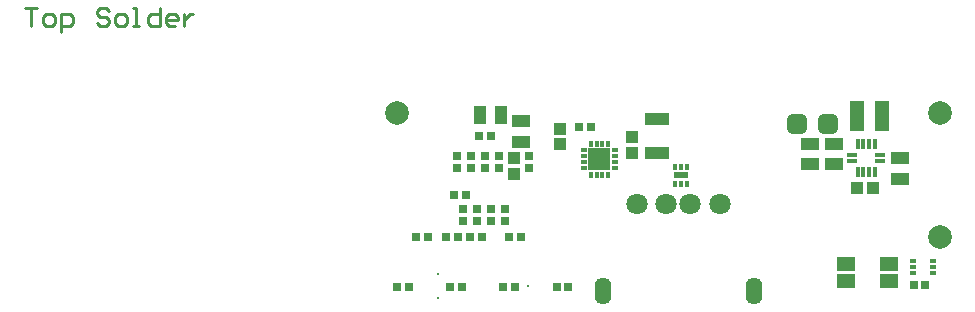
<source format=gts>
G04 Layer_Color=8388736*
%FSLAX44Y44*%
%MOMM*%
G71*
G01*
G75*
%ADD34C,0.2540*%
%ADD79R,0.4016X0.6016*%
%ADD80R,0.6016X0.4016*%
%ADD81R,1.8508X1.8508*%
%ADD82R,0.3700X0.9600*%
%ADD83R,0.9600X0.3700*%
G04:AMPARAMS|DCode=84|XSize=1.7032mm|YSize=1.7032mm|CornerRadius=0.4766mm|HoleSize=0mm|Usage=FLASHONLY|Rotation=90.000|XOffset=0mm|YOffset=0mm|HoleType=Round|Shape=RoundedRectangle|*
%AMROUNDEDRECTD84*
21,1,1.7032,0.7500,0,0,90.0*
21,1,0.7500,1.7032,0,0,90.0*
1,1,0.9532,0.3750,0.3750*
1,1,0.9532,0.3750,-0.3750*
1,1,0.9532,-0.3750,-0.3750*
1,1,0.9532,-0.3750,0.3750*
%
%ADD84ROUNDEDRECTD84*%
%ADD85R,0.5508X0.3508*%
%ADD86R,0.7032X0.8032*%
%ADD87R,1.0532X1.6032*%
%ADD88R,1.2532X2.6032*%
%ADD89R,1.6032X1.2532*%
%ADD90R,2.0032X1.1032*%
%ADD91R,0.8032X0.7032*%
%ADD92R,0.3516X0.5016*%
%ADD93R,1.3016X0.6016*%
%ADD94R,1.1032X1.0032*%
%ADD95R,1.0032X1.1032*%
%ADD96R,1.6032X1.0532*%
%ADD97C,2.0000*%
G04:AMPARAMS|DCode=98|XSize=1.7032mm|YSize=1.7032mm|CornerRadius=0.4766mm|HoleSize=0mm|Usage=FLASHONLY|Rotation=0.000|XOffset=0mm|YOffset=0mm|HoleType=Round|Shape=RoundedRectangle|*
%AMROUNDEDRECTD98*
21,1,1.7032,0.7500,0,0,0.0*
21,1,0.7500,1.7032,0,0,0.0*
1,1,0.9532,0.3750,-0.3750*
1,1,0.9532,-0.3750,-0.3750*
1,1,0.9532,-0.3750,0.3750*
1,1,0.9532,0.3750,0.3750*
%
%ADD98ROUNDEDRECTD98*%
%ADD99C,0.2032*%
%ADD100O,1.4032X2.3032*%
%ADD101C,1.8032*%
D34*
X-300330Y253651D02*
X-290173D01*
X-295252D01*
Y238416D01*
X-282556D02*
X-277477D01*
X-274938Y240955D01*
Y246034D01*
X-277477Y248573D01*
X-282556D01*
X-285095Y246034D01*
Y240955D01*
X-282556Y238416D01*
X-269860Y233338D02*
Y248573D01*
X-262242D01*
X-259703Y246034D01*
Y240955D01*
X-262242Y238416D01*
X-269860D01*
X-229233Y251112D02*
X-231772Y253651D01*
X-236850D01*
X-239390Y251112D01*
Y248573D01*
X-236850Y246034D01*
X-231772D01*
X-229233Y243494D01*
Y240955D01*
X-231772Y238416D01*
X-236850D01*
X-239390Y240955D01*
X-221615Y238416D02*
X-216537D01*
X-213998Y240955D01*
Y246034D01*
X-216537Y248573D01*
X-221615D01*
X-224154Y246034D01*
Y240955D01*
X-221615Y238416D01*
X-208920D02*
X-203841D01*
X-206380D01*
Y253651D01*
X-208920D01*
X-186067D02*
Y238416D01*
X-193684D01*
X-196224Y240955D01*
Y246034D01*
X-193684Y248573D01*
X-186067D01*
X-173371Y238416D02*
X-178449D01*
X-180989Y240955D01*
Y246034D01*
X-178449Y248573D01*
X-173371D01*
X-170832Y246034D01*
Y243494D01*
X-180989D01*
X-165753Y248573D02*
Y238416D01*
Y243494D01*
X-163214Y246034D01*
X-160675Y248573D01*
X-158136D01*
D79*
X178770Y139000D02*
D03*
X183770D02*
D03*
X188770D02*
D03*
X193770D02*
D03*
Y113000D02*
D03*
X188770D02*
D03*
X183770D02*
D03*
X178770D02*
D03*
D80*
X199270Y133500D02*
D03*
Y128500D02*
D03*
Y123500D02*
D03*
Y118500D02*
D03*
X173270D02*
D03*
Y123500D02*
D03*
Y128500D02*
D03*
Y133500D02*
D03*
D81*
X186270Y126000D02*
D03*
D82*
X419750Y115400D02*
D03*
X414750D02*
D03*
X409750D02*
D03*
X404750D02*
D03*
Y139100D02*
D03*
X409750D02*
D03*
X414750D02*
D03*
X419750D02*
D03*
D83*
X424100Y129750D02*
D03*
Y124750D02*
D03*
X400400D02*
D03*
Y129750D02*
D03*
D84*
X379730Y155702D02*
D03*
D85*
X468500Y30000D02*
D03*
Y35000D02*
D03*
Y40000D02*
D03*
X451500Y30000D02*
D03*
Y35000D02*
D03*
Y40000D02*
D03*
D86*
X15000Y17500D02*
D03*
X25000D02*
D03*
X119554Y60198D02*
D03*
X109554D02*
D03*
X150000Y17500D02*
D03*
X160000D02*
D03*
X105000D02*
D03*
X115000D02*
D03*
X60000D02*
D03*
X70000D02*
D03*
X178736Y152908D02*
D03*
X168736D02*
D03*
X462200Y19304D02*
D03*
X452200D02*
D03*
X76788Y60198D02*
D03*
X86788D02*
D03*
X66214D02*
D03*
X56214D02*
D03*
X31068D02*
D03*
X41068D02*
D03*
X84408Y145542D02*
D03*
X94408D02*
D03*
X73326Y96012D02*
D03*
X63326D02*
D03*
D87*
X85484Y163830D02*
D03*
X102984D02*
D03*
D88*
X404250Y162500D02*
D03*
X425250D02*
D03*
D89*
X431000Y22750D02*
D03*
Y37250D02*
D03*
X395000Y22750D02*
D03*
Y37250D02*
D03*
D90*
X235000Y160500D02*
D03*
Y131500D02*
D03*
D91*
X126492Y118444D02*
D03*
Y128444D02*
D03*
X94488Y73740D02*
D03*
Y83740D02*
D03*
X106172Y73740D02*
D03*
Y83740D02*
D03*
X66040Y128444D02*
D03*
Y118444D02*
D03*
X71120Y83740D02*
D03*
Y73740D02*
D03*
X82804D02*
D03*
Y83740D02*
D03*
X101092Y128444D02*
D03*
Y118444D02*
D03*
X89408Y128444D02*
D03*
Y118444D02*
D03*
X77724Y128444D02*
D03*
Y118444D02*
D03*
D92*
X250270Y105018D02*
D03*
X255270D02*
D03*
X260270D02*
D03*
Y119518D02*
D03*
X255270D02*
D03*
X250270D02*
D03*
D93*
X255270Y112268D02*
D03*
D94*
X153162Y138534D02*
D03*
Y151534D02*
D03*
X214000Y131500D02*
D03*
Y144500D02*
D03*
X113792Y126896D02*
D03*
Y113896D02*
D03*
D95*
X404472Y101854D02*
D03*
X417472D02*
D03*
D96*
X384500Y121604D02*
D03*
Y139104D02*
D03*
X364250Y121604D02*
D03*
Y139104D02*
D03*
X440750Y109500D02*
D03*
Y127000D02*
D03*
X119888Y158102D02*
D03*
Y140602D02*
D03*
D97*
X475000Y165000D02*
D03*
Y60000D02*
D03*
X15000Y165000D02*
D03*
D98*
X353822Y155702D02*
D03*
D99*
X125984Y18542D02*
D03*
X49784Y8392D02*
D03*
Y28692D02*
D03*
D100*
X189000Y14500D02*
D03*
X317000D02*
D03*
D101*
X218000Y88000D02*
D03*
X288000D02*
D03*
X243000D02*
D03*
X263000D02*
D03*
M02*

</source>
